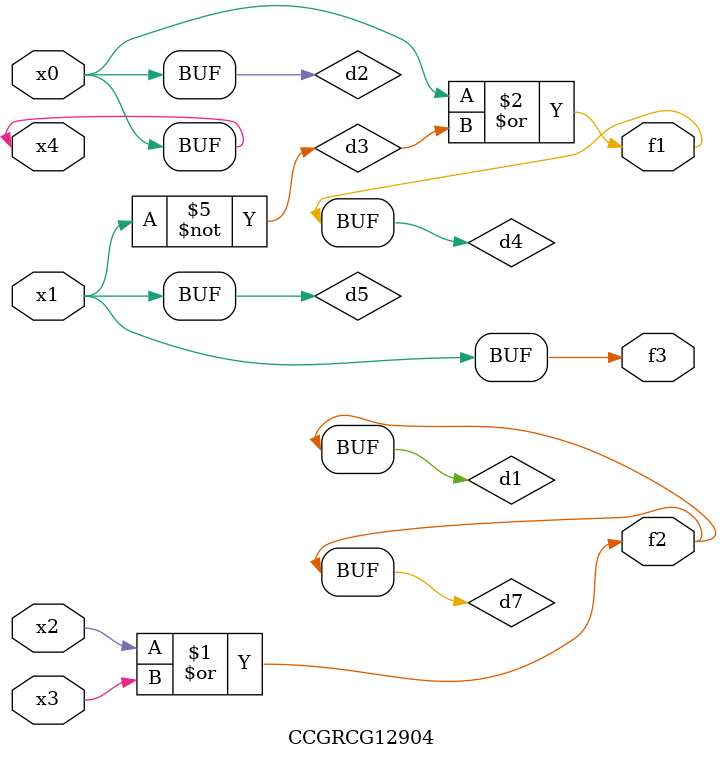
<source format=v>
module CCGRCG12904(
	input x0, x1, x2, x3, x4,
	output f1, f2, f3
);

	wire d1, d2, d3, d4, d5, d6, d7;

	or (d1, x2, x3);
	buf (d2, x0, x4);
	not (d3, x1);
	or (d4, d2, d3);
	not (d5, d3);
	nand (d6, d1, d3);
	or (d7, d1);
	assign f1 = d4;
	assign f2 = d7;
	assign f3 = d5;
endmodule

</source>
